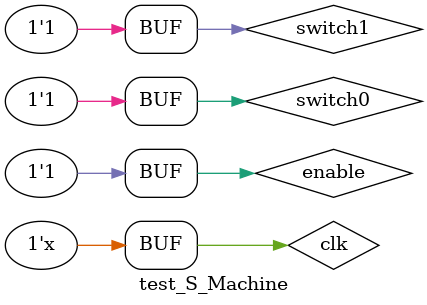
<source format=v>

`timescale 1ns / 1ns

module test_S_Machine;
    reg clk;
    reg enable;
    reg switch0;
    reg switch1;
    wire led0;
    wire led1;

    SMachine smachine(
        .clk(clk),
        .enable(enable),
        .led0(led0),
        .led1(led1),
        .switch0(switch0),
        .switch1(switch1)
    );

    always #5 clk = ~clk;

    initial begin
        clk = 0;
        $dumpfile("wave.vcd");
        $dumpvars(0, test_S_Machine);

        switch0 = 0;
        switch1 = 0;
        #20
        enable = 1;
        
        #10000
        switch0 = 1;
        switch1 = 0;
        #10000
        switch0 = 0;
        switch1 = 1;
        #10000
        switch0 = 1;
        switch1 = 1;
    end


endmodule

</source>
